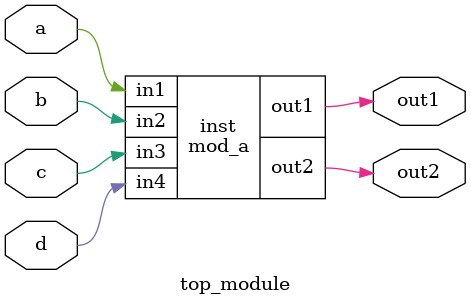
<source format=v>
module mod_a ( output out1, output out2, input in1, input in2, input in3, input in4);

endmodule

module top_module ( 
    input a, 
    input b, 
    input c,
    input d,
    output out1,
    output out2
);
    mod_a inst (
        .out1(out1),
        .out2(out2),
        .in1(a),
        .in2(b),
        .in3(c),
        .in4(d)
    );

endmodule




</source>
